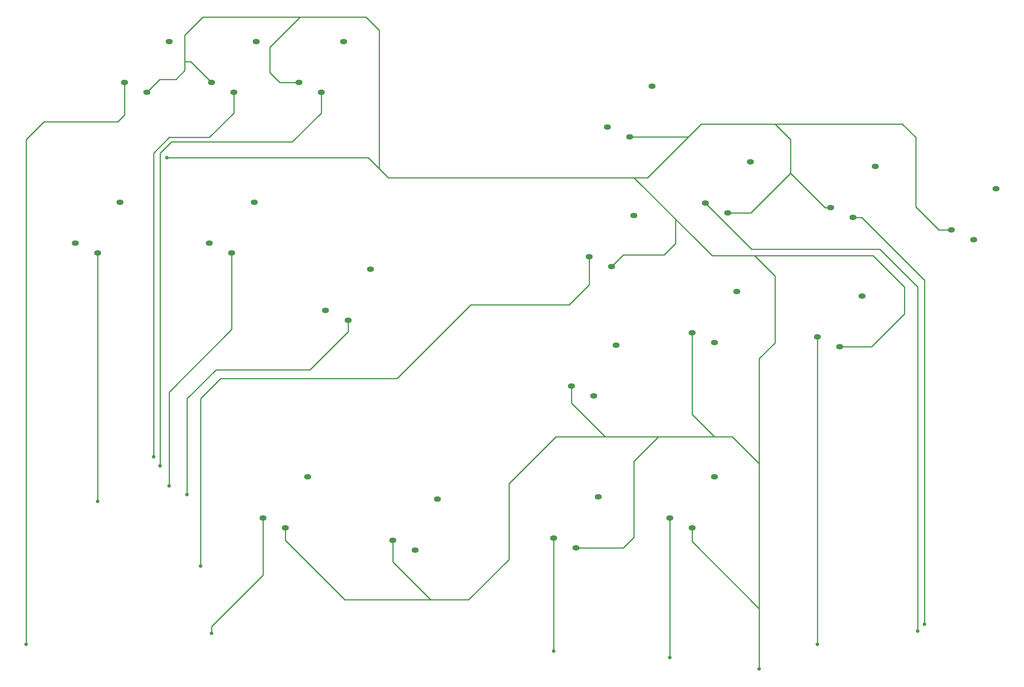
<source format=gbr>
%TF.GenerationSoftware,KiCad,Pcbnew,8.0.4*%
%TF.CreationDate,2024-08-31T11:22:34+09:00*%
%TF.ProjectId,nzx,6e7a782e-6b69-4636-9164-5f7063625858,rev?*%
%TF.SameCoordinates,Original*%
%TF.FileFunction,Copper,L2,Bot*%
%TF.FilePolarity,Positive*%
%FSLAX46Y46*%
G04 Gerber Fmt 4.6, Leading zero omitted, Abs format (unit mm)*
G04 Created by KiCad (PCBNEW 8.0.4) date 2024-08-31 11:22:34*
%MOMM*%
%LPD*%
G01*
G04 APERTURE LIST*
%TA.AperFunction,ComponentPad*%
%ADD10O,1.600000X1.200000*%
%TD*%
%TA.AperFunction,ViaPad*%
%ADD11C,0.800000*%
%TD*%
%TA.AperFunction,Conductor*%
%ADD12C,0.250000*%
%TD*%
G04 APERTURE END LIST*
D10*
%TO.P,B1(A)1,1,1*%
%TO.N,Net-(RZ1-GND)*%
X150500000Y-89200000D03*
%TO.P,B1(A)1,2,2*%
%TO.N,Net-(RZ1-GP6)*%
X155500000Y-91400000D03*
%TO.P,B1(A)1,MP*%
%TO.N,N/C*%
X160500000Y-80000000D03*
%TD*%
%TO.P,LEFT1,1,1*%
%TO.N,Net-(RZ1-GND)*%
X39500000Y-57200000D03*
%TO.P,LEFT1,2,2*%
%TO.N,Net-(RZ1-GP5)*%
X44500000Y-59400000D03*
%TO.P,LEFT1,MP*%
%TO.N,N/C*%
X49500000Y-48000000D03*
%TD*%
%TO.P,RIGHT1,1,1*%
%TO.N,Net-(RZ1-GND)*%
X95500000Y-72200000D03*
%TO.P,RIGHT1,2,2*%
%TO.N,Net-(RZ1-GP4)*%
X100500000Y-74400000D03*
%TO.P,RIGHT1,MP*%
%TO.N,N/C*%
X105500000Y-63000000D03*
%TD*%
%TO.P,L1(L)1,1,1*%
%TO.N,Net-(RZ1-GP13)*%
X205500000Y-78200000D03*
%TO.P,L1(L)1,2,2*%
%TO.N,Net-(RZ1-GND)*%
X210500000Y-80400000D03*
%TO.P,L1(L)1,MP*%
%TO.N,N/C*%
X215500000Y-69000000D03*
%TD*%
%TO.P,B2(B)1,1,1*%
%TO.N,Net-(RZ1-GND)*%
X177500000Y-77200000D03*
%TO.P,B2(B)1,2,2*%
%TO.N,Net-(RZ1-GP7)*%
X182500000Y-79400000D03*
%TO.P,B2(B)1,MP*%
%TO.N,N/C*%
X187500000Y-68000000D03*
%TD*%
%TO.P,S2(START)1,1,1*%
%TO.N,Net-(RZ1-GND)*%
X89500000Y-21200000D03*
%TO.P,S2(START)1,2,2*%
%TO.N,Net-(RZ1-GP1)*%
X94500000Y-23400000D03*
%TO.P,S2(START)1,MP*%
%TO.N,N/C*%
X99500000Y-12000000D03*
%TD*%
%TO.P,L2(LB)1,1,1*%
%TO.N,Net-(RZ1-GND)*%
X208510000Y-49200000D03*
%TO.P,L2(LB)1,2,2*%
%TO.N,Net-(RZ1-GP9)*%
X213510000Y-51400000D03*
%TO.P,L2(LB)1,MP*%
%TO.N,N/C*%
X218510000Y-40000000D03*
%TD*%
%TO.P,DOWN1,1,1*%
%TO.N,Net-(RZ1-GND)*%
X69500000Y-57200000D03*
%TO.P,DOWN1,2,2*%
%TO.N,Net-(RZ1-GP3)*%
X74500000Y-59400000D03*
%TO.P,DOWN1,MP*%
%TO.N,N/C*%
X79500000Y-48000000D03*
%TD*%
%TO.P,S1(BACK)1,1,1*%
%TO.N,Net-(RZ1-GND)*%
X70000000Y-21200000D03*
%TO.P,S1(BACK)1,2,2*%
%TO.N,Net-(RZ1-GP0)*%
X75000000Y-23400000D03*
%TO.P,S1(BACK)1,MP*%
%TO.N,N/C*%
X80000000Y-12000000D03*
%TD*%
%TO.P,A2(CAPTURE)1,1,1*%
%TO.N,Net-(RZ1-GP15)*%
X50500000Y-21200000D03*
%TO.P,A2(CAPTURE)1,2,2*%
%TO.N,Net-(RZ1-GND)*%
X55500000Y-23400000D03*
%TO.P,A2(CAPTURE)1,MP*%
%TO.N,N/C*%
X60500000Y-12000000D03*
%TD*%
%TO.P,B4(Y)1,1,1*%
%TO.N,Net-(RZ1-GP11)*%
X180500000Y-48200000D03*
%TO.P,B4(Y)1,2,2*%
%TO.N,Net-(RZ1-GND)*%
X185500000Y-50400000D03*
%TO.P,B4(Y)1,MP*%
%TO.N,N/C*%
X190500000Y-39000000D03*
%TD*%
%TO.P,UP1,1,1*%
%TO.N,Net-(RZ1-GND)*%
X110500000Y-123700000D03*
%TO.P,UP1,2,2*%
%TO.N,Net-(RZ1-GP2)*%
X115500000Y-125900000D03*
%TO.P,UP1,MP*%
%TO.N,N/C*%
X120500000Y-114500000D03*
%TD*%
%TO.P,R3(RS)1,1,1*%
%TO.N,Net-(RZ1-GP27)*%
X172500000Y-118700000D03*
%TO.P,R3(RS)1,2,2*%
%TO.N,Net-(RZ1-GND)*%
X177500000Y-120900000D03*
%TO.P,R3(RS)1,MP*%
%TO.N,N/C*%
X182500000Y-109500000D03*
%TD*%
%TO.P,R1(R)1,1,1*%
%TO.N,Net-(RZ1-GP12)*%
X158500000Y-31200000D03*
%TO.P,R1(R)1,2,2*%
%TO.N,Net-(RZ1-GND)*%
X163500000Y-33400000D03*
%TO.P,R1(R)1,MP*%
%TO.N,N/C*%
X168500000Y-22000000D03*
%TD*%
%TO.P,A1(GUIDE)1,1,1*%
%TO.N,Net-(RZ1-GP14)*%
X81500000Y-118700000D03*
%TO.P,A1(GUIDE)1,2,2*%
%TO.N,Net-(RZ1-GND)*%
X86500000Y-120900000D03*
%TO.P,A1(GUIDE)1,MP*%
%TO.N,N/C*%
X91500000Y-109500000D03*
%TD*%
%TO.P,L3(LS)1,1,1*%
%TO.N,Net-(RZ1-GP26)*%
X146500000Y-123200000D03*
%TO.P,L3(LS)1,2,2*%
%TO.N,Net-(RZ1-GND)*%
X151500000Y-125400000D03*
%TO.P,L3(LS)1,MP*%
%TO.N,N/C*%
X156500000Y-114000000D03*
%TD*%
%TO.P,R2(RB)1,1,1*%
%TO.N,Net-(RZ1-GND)*%
X235500000Y-54200000D03*
%TO.P,R2(RB)1,2,2*%
%TO.N,Net-(RZ1-GP8)*%
X240500000Y-56400000D03*
%TO.P,R2(RB)1,MP*%
%TO.N,N/C*%
X245500000Y-45000000D03*
%TD*%
%TO.P,B3(X)1,1,1*%
%TO.N,Net-(RZ1-GP10)*%
X154500000Y-60200000D03*
%TO.P,B3(X)1,2,2*%
%TO.N,Net-(RZ1-GND)*%
X159500000Y-62400000D03*
%TO.P,B3(X)1,MP*%
%TO.N,N/C*%
X164500000Y-51000000D03*
%TD*%
D11*
%TO.N,Net-(RZ1-GP0)*%
X57000000Y-105000000D03*
%TO.N,Net-(RZ1-GP14)*%
X70000000Y-144500000D03*
%TO.N,Net-(RZ1-GND)*%
X192500000Y-152500000D03*
X60000000Y-38000000D03*
%TO.N,Net-(RZ1-GP15)*%
X28500000Y-147000000D03*
%TO.N,Net-(RZ1-GP10)*%
X67500000Y-129500000D03*
%TO.N,Net-(RZ1-GP11)*%
X228000000Y-144000000D03*
%TO.N,Net-(RZ1-GP3)*%
X60500000Y-111500000D03*
%TO.N,Net-(RZ1-GP13)*%
X205500000Y-147000000D03*
%TO.N,Net-(RZ1-GP9)*%
X229500000Y-142500000D03*
%TO.N,Net-(RZ1-GP26)*%
X146500000Y-148500000D03*
%TO.N,Net-(RZ1-GP5)*%
X44500000Y-115000000D03*
%TO.N,Net-(RZ1-GP27)*%
X172500000Y-150000000D03*
%TO.N,Net-(RZ1-GP4)*%
X64500000Y-113500000D03*
%TO.N,Net-(RZ1-GP1)*%
X58500000Y-107000000D03*
%TD*%
D12*
%TO.N,Net-(RZ1-GP0)*%
X57000000Y-105000000D02*
X57000000Y-37000000D01*
X75000000Y-28000000D02*
X75000000Y-23400000D01*
X57000000Y-37000000D02*
X60500000Y-33500000D01*
X60500000Y-33500000D02*
X69500000Y-33500000D01*
X69500000Y-33500000D02*
X75000000Y-28000000D01*
%TO.N,Net-(RZ1-GP14)*%
X70000000Y-144500000D02*
X70000000Y-143000000D01*
X81500000Y-131500000D02*
X81500000Y-118700000D01*
X70000000Y-143000000D02*
X81500000Y-131500000D01*
%TO.N,Net-(RZ1-GND)*%
X227500000Y-49000000D02*
X232700000Y-54200000D01*
X65300000Y-16500000D02*
X70000000Y-21200000D01*
X170000000Y-100500000D02*
X164500000Y-106000000D01*
X68065000Y-6500000D02*
X64000000Y-10565000D01*
X199500000Y-41500000D02*
X207200000Y-49200000D01*
X99800000Y-137000000D02*
X127500000Y-137000000D01*
X196000000Y-30500000D02*
X199500000Y-34000000D01*
X86500000Y-121050000D02*
X86550000Y-121050000D01*
X192500000Y-106500000D02*
X192500000Y-152500000D01*
X110500000Y-123700000D02*
X110500000Y-128500000D01*
X110500000Y-128500000D02*
X119000000Y-137000000D01*
X179250000Y-57250000D02*
X182000000Y-60000000D01*
X225000000Y-73000000D02*
X217600000Y-80400000D01*
X177500000Y-124000000D02*
X177500000Y-120900000D01*
X192500000Y-139000000D02*
X177500000Y-124000000D01*
X164500000Y-123000000D02*
X162100000Y-125400000D01*
X200000000Y-30500000D02*
X224500000Y-30500000D01*
X225000000Y-67000000D02*
X225000000Y-73000000D01*
X158000000Y-100500000D02*
X150500000Y-93000000D01*
X232700000Y-54200000D02*
X235500000Y-54200000D01*
X182500000Y-100500000D02*
X177500000Y-95500000D01*
X199500000Y-41500000D02*
X190600000Y-50400000D01*
X104500000Y-6500000D02*
X68065000Y-6500000D01*
X191500000Y-60000000D02*
X196000000Y-64500000D01*
X177500000Y-95500000D02*
X177500000Y-77200000D01*
X176500000Y-33400000D02*
X163500000Y-33400000D01*
X150500000Y-93000000D02*
X150500000Y-89200000D01*
X99800000Y-137000000D02*
X86500000Y-123700000D01*
X218000000Y-60000000D02*
X225000000Y-67000000D01*
X64000000Y-16000000D02*
X64000000Y-18500000D01*
X171200000Y-59800000D02*
X173750000Y-57250000D01*
X107500000Y-9500000D02*
X104500000Y-6500000D01*
X159500000Y-62400000D02*
X162100000Y-59800000D01*
X207200000Y-49200000D02*
X208510000Y-49200000D01*
X164500000Y-106000000D02*
X164500000Y-123000000D01*
X83000000Y-19000000D02*
X85200000Y-21200000D01*
X199500000Y-34000000D02*
X199500000Y-41500000D01*
X164500000Y-42500000D02*
X179250000Y-57250000D01*
X86500000Y-123700000D02*
X86500000Y-120900000D01*
X164000000Y-42500000D02*
X109500000Y-42500000D01*
X224500000Y-30500000D02*
X227500000Y-33500000D01*
X196000000Y-79500000D02*
X192500000Y-83000000D01*
X162100000Y-125400000D02*
X151500000Y-125400000D01*
X186500000Y-100500000D02*
X192500000Y-106500000D01*
X164000000Y-42500000D02*
X167500000Y-42500000D01*
X192500000Y-83000000D02*
X192500000Y-106500000D01*
X147000000Y-100500000D02*
X186500000Y-100500000D01*
X61975000Y-20525000D02*
X58375000Y-20525000D01*
X107500000Y-40500000D02*
X107500000Y-9500000D01*
X109500000Y-42500000D02*
X105000000Y-38000000D01*
X196000000Y-64500000D02*
X196000000Y-79500000D01*
X182000000Y-60000000D02*
X196500000Y-60000000D01*
X64000000Y-10565000D02*
X64000000Y-16000000D01*
X136500000Y-128000000D02*
X136500000Y-111000000D01*
X127500000Y-137000000D02*
X136500000Y-128000000D01*
X89767588Y-6500000D02*
X83000000Y-13267588D01*
X60000000Y-38000000D02*
X105000000Y-38000000D01*
X85200000Y-21200000D02*
X89500000Y-21200000D01*
X227500000Y-33500000D02*
X227500000Y-49000000D01*
X179500000Y-30500000D02*
X200000000Y-30500000D01*
X64000000Y-18500000D02*
X61975000Y-20525000D01*
X136500000Y-111000000D02*
X147000000Y-100500000D01*
X58375000Y-20525000D02*
X55500000Y-23400000D01*
X176550000Y-33450000D02*
X176500000Y-33400000D01*
X167500000Y-42500000D02*
X179500000Y-30500000D01*
X217600000Y-80400000D02*
X210500000Y-80400000D01*
X64000000Y-16500000D02*
X65300000Y-16500000D01*
X83000000Y-13267588D02*
X83000000Y-19000000D01*
X190600000Y-50400000D02*
X185500000Y-50400000D01*
X164000000Y-42500000D02*
X164500000Y-42500000D01*
X162100000Y-59800000D02*
X171200000Y-59800000D01*
X196500000Y-60000000D02*
X218000000Y-60000000D01*
X173750000Y-57250000D02*
X173750000Y-51750000D01*
%TO.N,Net-(RZ1-GP15)*%
X28500000Y-147000000D02*
X28500000Y-34000000D01*
X50500000Y-28500000D02*
X50500000Y-21200000D01*
X32500000Y-30000000D02*
X49000000Y-30000000D01*
X28500000Y-34000000D02*
X32500000Y-30000000D01*
X49000000Y-30000000D02*
X50500000Y-28500000D01*
%TO.N,Net-(RZ1-GP10)*%
X128000000Y-71000000D02*
X111500000Y-87500000D01*
X154500000Y-66500000D02*
X150000000Y-71000000D01*
X154500000Y-60200000D02*
X154500000Y-66500000D01*
X111500000Y-87500000D02*
X72000000Y-87500000D01*
X150000000Y-71000000D02*
X128000000Y-71000000D01*
X67500000Y-92000000D02*
X67500000Y-129500000D01*
X72000000Y-87500000D02*
X67500000Y-92000000D01*
%TO.N,Net-(RZ1-GP11)*%
X219500000Y-58500000D02*
X190800000Y-58500000D01*
X228000000Y-67000000D02*
X219500000Y-58500000D01*
X190800000Y-58500000D02*
X180500000Y-48200000D01*
X228000000Y-144000000D02*
X228000000Y-67000000D01*
%TO.N,Net-(RZ1-GP3)*%
X60500000Y-111500000D02*
X60500000Y-90500000D01*
X74500000Y-76500000D02*
X74500000Y-59400000D01*
X60500000Y-90500000D02*
X74500000Y-76500000D01*
%TO.N,Net-(RZ1-GP13)*%
X205500000Y-147000000D02*
X205500000Y-78200000D01*
%TO.N,Net-(RZ1-GP9)*%
X229500000Y-65500000D02*
X215400000Y-51400000D01*
X229500000Y-142500000D02*
X229500000Y-65500000D01*
X215400000Y-51400000D02*
X213510000Y-51400000D01*
%TO.N,Net-(RZ1-GP26)*%
X146500000Y-148500000D02*
X146500000Y-123200000D01*
%TO.N,Net-(RZ1-GP5)*%
X44500000Y-115000000D02*
X44500000Y-59400000D01*
%TO.N,Net-(RZ1-GP27)*%
X172500000Y-150000000D02*
X172500000Y-118700000D01*
%TO.N,Net-(RZ1-GP4)*%
X100450000Y-74500000D02*
X100500000Y-74550000D01*
X92000000Y-85500000D02*
X100500000Y-77000000D01*
X64500000Y-92000000D02*
X71000000Y-85500000D01*
X71000000Y-85500000D02*
X92000000Y-85500000D01*
X100500000Y-77000000D02*
X100500000Y-74400000D01*
X64500000Y-113500000D02*
X64500000Y-92000000D01*
%TO.N,Net-(RZ1-GP1)*%
X58500000Y-37000000D02*
X61000000Y-34500000D01*
X61000000Y-34500000D02*
X88000000Y-34500000D01*
X88000000Y-34500000D02*
X94500000Y-28000000D01*
X58500000Y-107000000D02*
X58500000Y-37000000D01*
X94500000Y-28000000D02*
X94500000Y-23400000D01*
%TD*%
M02*

</source>
